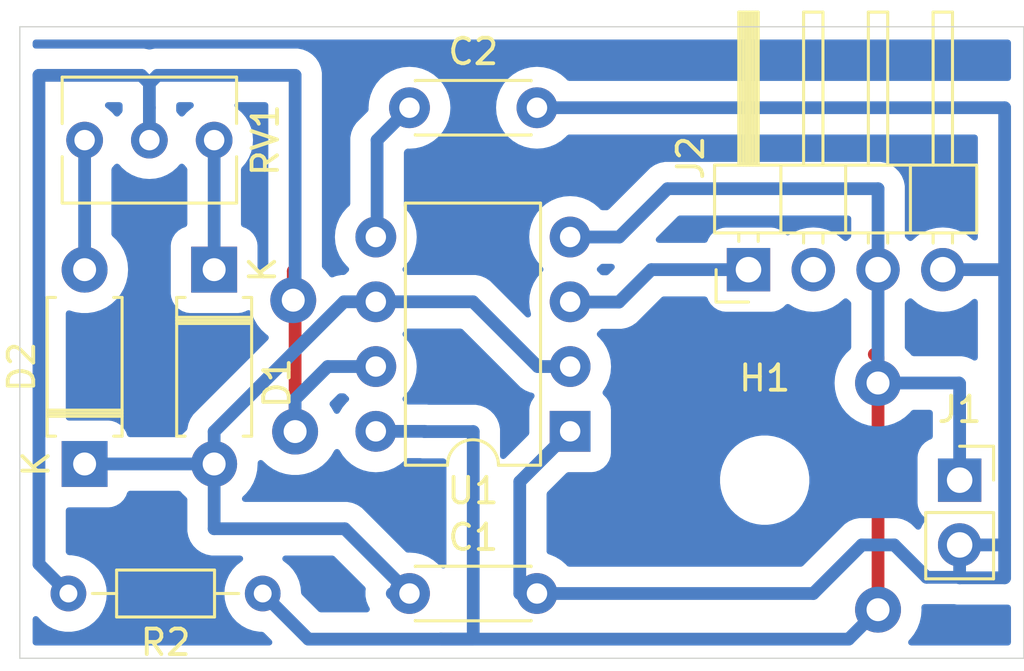
<source format=kicad_pcb>
(kicad_pcb (version 20240108) (generator "pcbnew") (generator_version "8.0")
  (layers (0 "F.Cu" signal) (31 "B.Cu" signal) (34 "B.Paste" user) (35 "F.Paste" user) (36 "B.SilkS" user "B.Silkscreen") (37 "F.SilkS" user "F.Silkscreen") (38 "B.Mask" user) (39 "F.Mask" user) (44 "Edge.Cuts" user))
  (net 0 "")
  (net 1 "Net-(D1-A)")
  (net 2 "/GND")
  (net 3 "Net-(U1-CV)")
  (net 4 "Net-(D1-K)")
  (net 5 "Net-(D2-A)")
  (net 6 "/VCC")
  (net 7 "/PWM")
  (net 8 "Net-(U1-DIS)")
  (footprint "Connector_PinSocket_2.54mm:PinSocket_1x02_P2.54mm_Vertical" (layer "F.Cu") (at 156.87 56.515)
    (property "Reference" "J1" (at 0 -2.77 0) (layer "F.SilkS"))
    (property "Value" "PWR")
    (fp_line (start -1.33 1.27) (end -1.33 3.87) (stroke (width 0.12)) (layer "F.SilkS"))
    (fp_line (start -1.33 1.27) (end 1.33 1.27) (stroke (width 0.12)) (layer "F.SilkS"))
    (fp_line (start -1.33 3.87) (end 1.33 3.87) (stroke (width 0.12)) (layer "F.SilkS"))
    (fp_line (start 0 -1.33) (end 1.33 -1.33) (stroke (width 0.12)) (layer "F.SilkS"))
    (fp_line (start 1.33 -1.33) (end 1.33 0) (stroke (width 0.12)) (layer "F.SilkS"))
    (fp_line (start 1.33 1.27) (end 1.33 3.87) (stroke (width 0.12)) (layer "F.SilkS"))
    (pad "1" thru_hole rect (at 0 0) (size 1.7 1.7) (drill 1) (layers "*.Cu" "*.Mask") (net 6 "/VCC"))
    (pad "2" thru_hole oval (at 0 2.54) (size 1.7 1.7) (drill 1) (layers "*.Cu" "*.Mask") (net 2 "/GND"))
  )
  (footprint "Capacitor_THT:C_Disc_D4.3mm_W1.9mm_P5.00mm" (layer "F.Cu") (at 135.295 60.96)
    (property "Reference" "C1" (at 2.5 -2.2 0) (layer "F.SilkS"))
    (property "Value" "10nF")
    (fp_line (start 0.23 -1.07) (end 0.23 -1.055) (stroke (width 0.12)) (layer "F.SilkS"))
    (fp_line (start 0.23 -1.07) (end 4.77 -1.07) (stroke (width 0.12)) (layer "F.SilkS"))
    (fp_line (start 0.23 1.055) (end 0.23 1.07) (stroke (width 0.12)) (layer "F.SilkS"))
    (fp_line (start 0.23 1.07) (end 4.77 1.07) (stroke (width 0.12)) (layer "F.SilkS"))
    (fp_line (start 4.77 -1.07) (end 4.77 -1.055) (stroke (width 0.12)) (layer "F.SilkS"))
    (fp_line (start 4.77 1.055) (end 4.77 1.07) (stroke (width 0.12)) (layer "F.SilkS"))
    (pad "1" thru_hole circle (at 0 0) (size 1.6 1.6) (drill 0.8) (layers "*.Cu" "*.Mask") (net 1 "Net-(D1-A)"))
    (pad "2" thru_hole circle (at 5 0) (size 1.6 1.6) (drill 0.8) (layers "*.Cu" "*.Mask") (net 2 "/GND"))
  )
  (footprint "Capacitor_THT:C_Disc_D4.3mm_W1.9mm_P5.00mm" (layer "F.Cu") (at 135.295 41.91)
    (property "Reference" "C2" (at 2.5 -2.2 360) (layer "F.SilkS"))
    (property "Value" "47nF")
    (fp_line (start 0.23 -1.07) (end 0.23 -1.055) (stroke (width 0.12)) (layer "F.SilkS"))
    (fp_line (start 0.23 -1.07) (end 4.77 -1.07) (stroke (width 0.12)) (layer "F.SilkS"))
    (fp_line (start 0.23 1.055) (end 0.23 1.07) (stroke (width 0.12)) (layer "F.SilkS"))
    (fp_line (start 0.23 1.07) (end 4.77 1.07) (stroke (width 0.12)) (layer "F.SilkS"))
    (fp_line (start 4.77 -1.07) (end 4.77 -1.055) (stroke (width 0.12)) (layer "F.SilkS"))
    (fp_line (start 4.77 1.055) (end 4.77 1.07) (stroke (width 0.12)) (layer "F.SilkS"))
    (pad "1" thru_hole circle (at 0 0) (size 1.6 1.6) (drill 0.8) (layers "*.Cu" "*.Mask") (net 3 "Net-(U1-CV)"))
    (pad "2" thru_hole circle (at 5 0) (size 1.6 1.6) (drill 0.8) (layers "*.Cu" "*.Mask") (net 2 "/GND"))
  )
  (footprint "Potentiometer_THT:Potentiometer_Vishay_T73XW_Horizontal" (layer "F.Cu") (at 127.635 43.18 -90)
    (property "Reference" "RV1" (at 0 -2.01 90) (layer "F.SilkS"))
    (property "Value" "100k")
    (fp_line (start -2.47 5.96) (end -0.65 5.96) (stroke (width 0.12)) (layer "F.SilkS"))
    (fp_line (start 0.65 5.96) (end 2.47 5.96) (stroke (width 0.12)) (layer "F.SilkS"))
    (fp_line (start -2.47 -0.88) (end -2.47 5.96) (stroke (width 0.12)) (layer "F.SilkS"))
    (fp_line (start -2.47 -0.88) (end -0.65 -0.88) (stroke (width 0.12)) (layer "F.SilkS"))
    (fp_line (start 0.65 -0.88) (end 2.47 -0.88) (stroke (width 0.12)) (layer "F.SilkS"))
    (fp_line (start 2.47 -0.88) (end 2.47 5.96) (stroke (width 0.12)) (layer "F.SilkS"))
    (pad "1" thru_hole circle (at 0 0 270) (size 1.44 1.44) (drill 0.8) (layers "*.Cu" "*.Mask") (net 4 "Net-(D1-K)"))
    (pad "2" thru_hole circle (at 0 2.54 270) (size 1.44 1.44) (drill 0.8) (layers "*.Cu" "*.Mask") (net 8 "Net-(U1-DIS)"))
    (pad "3" thru_hole circle (at 0 5.08 270) (size 1.44 1.44) (drill 0.8) (layers "*.Cu" "*.Mask") (net 5 "Net-(D2-A)"))
  )
  (footprint "MountingHole:MountingHole_3mm" (layer "F.Cu") (at 149.225 56.515)
    (property "Reference" "H1" (at 0 -4 0) (layer "F.SilkS"))
    (property "Value" "MountingHole")
    (pad "" np_thru_hole circle (at 0 0) (size 3 3) (drill 3) (layers "*.Cu" "*.Mask"))
  )
  (footprint "Package_DIP:DIP-8_W7.62mm" (layer "F.Cu") (at 141.595 54.6 180)
    (property "Reference" "U1" (at 3.81 -2.33 360) (layer "F.SilkS"))
    (property "Value" "NE555P")
    (fp_line (start 6.46 8.95) (end 6.46 -1.33) (stroke (width 0.12)) (layer "F.SilkS"))
    (fp_line (start 6.46 -1.33) (end 4.81 -1.33) (stroke (width 0.12)) (layer "F.SilkS"))
    (fp_line (start 2.81 -1.33) (end 1.16 -1.33) (stroke (width 0.12)) (layer "F.SilkS"))
    (fp_line (start 1.16 8.95) (end 6.46 8.95) (stroke (width 0.12)) (layer "F.SilkS"))
    (fp_line (start 1.16 -1.33) (end 1.16 8.95) (stroke (width 0.12)) (layer "F.SilkS"))
    (fp_arc (start 4.81 -1.33) (mid 3.81 -0.33) (end 2.81 -1.33) (stroke (width 0.12)) (layer "F.SilkS"))
    (pad "1" thru_hole rect (at 0 0 180) (size 1.6 1.6) (drill 0.8) (layers "*.Cu" "*.Mask") (net 2 "/GND"))
    (pad "2" thru_hole oval (at 0 2.54 180) (size 1.6 1.6) (drill 0.8) (layers "*.Cu" "*.Mask") (net 1 "Net-(D1-A)"))
    (pad "3" thru_hole oval (at 0 5.08 180) (size 1.6 1.6) (drill 0.8) (layers "*.Cu" "*.Mask") (net 7 "/PWM"))
    (pad "4" thru_hole oval (at 0 7.62 180) (size 1.6 1.6) (drill 0.8) (layers "*.Cu" "*.Mask") (net 6 "/VCC"))
    (pad "5" thru_hole oval (at 7.62 7.62 180) (size 1.6 1.6) (drill 0.8) (layers "*.Cu" "*.Mask") (net 3 "Net-(U1-CV)"))
    (pad "6" thru_hole oval (at 7.62 5.08 180) (size 1.6 1.6) (drill 0.8) (layers "*.Cu" "*.Mask") (net 1 "Net-(D1-A)"))
    (pad "7" thru_hole oval (at 7.62 2.54 180) (size 1.6 1.6) (drill 0.8) (layers "*.Cu" "*.Mask") (net 8 "Net-(U1-DIS)"))
    (pad "8" thru_hole oval (at 7.62 0 180) (size 1.6 1.6) (drill 0.8) (layers "*.Cu" "*.Mask") (net 6 "/VCC"))
  )
  (footprint "Resistor_THT:R_Axial_DIN0204_L3.6mm_D1.6mm_P7.62mm_Horizontal" (layer "F.Cu") (at 129.54 60.96 180)
    (property "Reference" "R2" (at 3.81 -1.92 360) (layer "F.SilkS"))
    (property "Value" "1k")
    (fp_line (start 6.68 0) (end 5.73 0) (stroke (width 0.12)) (layer "F.SilkS"))
    (fp_line (start 5.73 0.92) (end 5.73 -0.92) (stroke (width 0.12)) (layer "F.SilkS"))
    (fp_line (start 5.73 -0.92) (end 1.89 -0.92) (stroke (width 0.12)) (layer "F.SilkS"))
    (fp_line (start 1.89 0.92) (end 5.73 0.92) (stroke (width 0.12)) (layer "F.SilkS"))
    (fp_line (start 1.89 -0.92) (end 1.89 0.92) (stroke (width 0.12)) (layer "F.SilkS"))
    (fp_line (start 0.94 0) (end 1.89 0) (stroke (width 0.12)) (layer "F.SilkS"))
    (pad "1" thru_hole circle (at 0 0 180) (size 1.4 1.4) (drill 0.7) (layers "*.Cu" "*.Mask") (net 6 "/VCC"))
    (pad "2" thru_hole oval (at 7.62 0 180) (size 1.4 1.4) (drill 0.7) (layers "*.Cu" "*.Mask") (net 8 "Net-(U1-DIS)"))
  )
  (footprint "Connector_PinHeader_2.54mm:PinHeader_1x04_P2.54mm_Horizontal" (layer "F.Cu") (at 148.59 48.26 90)
    (property "Reference" "J2" (at 4.385 -2.27 90) (layer "F.SilkS"))
    (property "Value" "Fan")
    (fp_line (start 4.1 -1.33) (end 1.44 -1.33) (stroke (width 0.12)) (layer "F.SilkS"))
    (fp_line (start 1.44 -1.33) (end 1.44 8.95) (stroke (width 0.12)) (layer "F.SilkS"))
    (fp_line (start -1.27 -1.27) (end 0 -1.27) (stroke (width 0.12)) (layer "F.SilkS"))
    (fp_line (start 10.1 -0.38) (end 10.1 0.38) (stroke (width 0.12)) (layer "F.SilkS"))
    (fp_line (start 4.1 -0.38) (end 10.1 -0.38) (stroke (width 0.12)) (layer "F.SilkS"))
    (fp_line (start 1.11 -0.38) (end 1.44 -0.38) (stroke (width 0.12)) (layer "F.SilkS"))
    (fp_line (start 4.1 -0.32) (end 10.1 -0.32) (stroke (width 0.12)) (layer "F.SilkS"))
    (fp_line (start 4.1 -0.2) (end 10.1 -0.2) (stroke (width 0.12)) (layer "F.SilkS"))
    (fp_line (start 4.1 -0.08) (end 10.1 -0.08) (stroke (width 0.12)) (layer "F.SilkS"))
    (fp_line (start -1.27 0) (end -1.27 -1.27) (stroke (width 0.12)) (layer "F.SilkS"))
    (fp_line (start 4.1 0.04) (end 10.1 0.04) (stroke (width 0.12)) (layer "F.SilkS"))
    (fp_line (start 4.1 0.16) (end 10.1 0.16) (stroke (width 0.12)) (layer "F.SilkS"))
    (fp_line (start 4.1 0.28) (end 10.1 0.28) (stroke (width 0.12)) (layer "F.SilkS"))
    (fp_line (start 10.1 0.38) (end 4.1 0.38) (stroke (width 0.12)) (layer "F.SilkS"))
    (fp_line (start 1.11 0.38) (end 1.44 0.38) (stroke (width 0.12)) (layer "F.SilkS"))
    (fp_line (start 1.44 1.27) (end 4.1 1.27) (stroke (width 0.12)) (layer "F.SilkS"))
    (fp_line (start 10.1 2.16) (end 10.1 2.92) (stroke (width 0.12)) (layer "F.SilkS"))
    (fp_line (start 4.1 2.16) (end 10.1 2.16) (stroke (width 0.12)) (layer "F.SilkS"))
    (fp_line (start 1.042929 2.16) (end 1.44 2.16) (stroke (width 0.12)) (layer "F.SilkS"))
    (fp_line (start 10.1 2.92) (end 4.1 2.92) (stroke (width 0.12)) (layer "F.SilkS"))
    (fp_line (start 1.042929 2.92) (end 1.44 2.92) (stroke (width 0.12)) (layer "F.SilkS"))
    (fp_line (start 1.44 3.81) (end 4.1 3.81) (stroke (width 0.12)) (layer "F.SilkS"))
    (fp_line (start 10.1 4.7) (end 10.1 5.46) (stroke (width 0.12)) (layer "F.SilkS"))
    (fp_line (start 4.1 4.7) (end 10.1 4.7) (stroke (width 0.12)) (layer "F.SilkS"))
    (fp_line (start 1.042929 4.7) (end 1.44 4.7) (stroke (width 0.12)) (layer "F.SilkS"))
    (fp_line (start 10.1 5.46) (end 4.1 5.46) (stroke (width 0.12)) (layer "F.SilkS"))
    (fp_line (start 1.042929 5.46) (end 1.44 5.46) (stroke (width 0.12)) (layer "F.SilkS"))
    (fp_line (start 1.44 6.35) (end 4.1 6.35) (stroke (width 0.12)) (layer "F.SilkS"))
    (fp_line (start 10.1 7.24) (end 10.1 8) (stroke (width 0.12)) (layer "F.SilkS"))
    (fp_line (start 4.1 7.24) (end 10.1 7.24) (stroke (width 0.12)) (layer "F.SilkS"))
    (fp_line (start 1.042929 7.24) (end 1.44 7.24) (stroke (width 0.12)) (layer "F.SilkS"))
    (fp_line (start 10.1 8) (end 4.1 8) (stroke (width 0.12)) (layer "F.SilkS"))
    (fp_line (start 1.042929 8) (end 1.44 8) (stroke (width 0.12)) (layer "F.SilkS"))
    (fp_line (start 4.1 8.95) (end 4.1 -1.33) (stroke (width 0.12)) (layer "F.SilkS"))
    (fp_line (start 1.44 8.95) (end 4.1 8.95) (stroke (width 0.12)) (layer "F.SilkS"))
    (pad "1" thru_hole rect (at 0 0 90) (size 1.7 1.7) (drill 1) (layers "*.Cu" "*.Mask") (net 7 "/PWM"))
    (pad "2" thru_hole oval (at 0 2.54 90) (size 1.7 1.7) (drill 1) (layers "*.Cu" "*.Mask"))
    (pad "3" thru_hole oval (at 0 5.08 90) (size 1.7 1.7) (drill 1) (layers "*.Cu" "*.Mask") (net 6 "/VCC"))
    (pad "4" thru_hole oval (at 0 7.62 90) (size 1.7 1.7) (drill 1) (layers "*.Cu" "*.Mask") (net 2 "/GND"))
  )
  (footprint "Diode_THT:D_A-405_P7.62mm_Horizontal" (layer "F.Cu") (at 127.635 48.26 -90)
    (property "Reference" "D1" (at 4.445 -2.47 90) (layer "F.SilkS"))
    (property "Value" "1n4148")
    (fp_line (start 1.09 1.47) (end 6.53 1.47) (stroke (width 0.12)) (layer "F.SilkS"))
    (fp_line (start 6.53 1.47) (end 6.53 1.14) (stroke (width 0.12)) (layer "F.SilkS"))
    (fp_line (start 1.09 1.14) (end 1.09 1.47) (stroke (width 0.12)) (layer "F.SilkS"))
    (fp_line (start 1.09 -1.14) (end 1.09 -1.47) (stroke (width 0.12)) (layer "F.SilkS"))
    (fp_line (start 1.09 -1.47) (end 6.53 -1.47) (stroke (width 0.12)) (layer "F.SilkS"))
    (fp_line (start 1.87 -1.47) (end 1.87 1.47) (stroke (width 0.12)) (layer "F.SilkS"))
    (fp_line (start 1.99 -1.47) (end 1.99 1.47) (stroke (width 0.12)) (layer "F.SilkS"))
    (fp_line (start 2.11 -1.47) (end 2.11 1.47) (stroke (width 0.12)) (layer "F.SilkS"))
    (fp_line (start 6.53 -1.47) (end 6.53 -1.14) (stroke (width 0.12)) (layer "F.SilkS"))
    (fp_text user "K" (at 0 -1.9 90) (layer "F.SilkS"))
    (pad "1" thru_hole rect (at 0 0 270) (size 1.8 1.8) (drill 0.9) (layers "*.Cu" "*.Mask") (net 4 "Net-(D1-K)"))
    (pad "2" thru_hole oval (at 7.62 0 270) (size 1.8 1.8) (drill 0.9) (layers "*.Cu" "*.Mask") (net 1 "Net-(D1-A)"))
  )
  (footprint "Diode_THT:D_A-405_P7.62mm_Horizontal" (layer "F.Cu") (at 122.555 55.88 90)
    (property "Reference" "D2" (at 3.81 -2.47 90) (layer "F.SilkS"))
    (property "Value" "1n4148")
    (fp_line (start 6.53 -1.47) (end 6.53 -1.14) (stroke (width 0.12)) (layer "F.SilkS"))
    (fp_line (start 2.11 -1.47) (end 2.11 1.47) (stroke (width 0.12)) (layer "F.SilkS"))
    (fp_line (start 1.99 -1.47) (end 1.99 1.47) (stroke (width 0.12)) (layer "F.SilkS"))
    (fp_line (start 1.87 -1.47) (end 1.87 1.47) (stroke (width 0.12)) (layer "F.SilkS"))
    (fp_line (start 1.09 -1.47) (end 6.53 -1.47) (stroke (width 0.12)) (layer "F.SilkS"))
    (fp_line (start 1.09 -1.14) (end 1.09 -1.47) (stroke (width 0.12)) (layer "F.SilkS"))
    (fp_line (start 1.09 1.14) (end 1.09 1.47) (stroke (width 0.12)) (layer "F.SilkS"))
    (fp_line (start 6.53 1.47) (end 6.53 1.14) (stroke (width 0.12)) (layer "F.SilkS"))
    (fp_line (start 1.09 1.47) (end 6.53 1.47) (stroke (width 0.12)) (layer "F.SilkS"))
    (fp_text user "K" (at 0 -1.9 90) (layer "F.SilkS"))
    (pad "1" thru_hole rect (at 0 0 90) (size 1.8 1.8) (drill 0.9) (layers "*.Cu" "*.Mask") (net 1 "Net-(D1-A)"))
    (pad "2" thru_hole oval (at 7.62 0 90) (size 1.8 1.8) (drill 0.9) (layers "*.Cu" "*.Mask") (net 5 "Net-(D2-A)"))
  )
  (gr_line (start 159.385 38.735) (end 159.385 63.5) (stroke (width 0.05)) (layer "Edge.Cuts"))
  (gr_line (start 120.015 63.5) (end 120.015 38.735) (stroke (width 0.05)) (layer "Edge.Cuts"))
  (gr_line (start 120.015 38.735) (end 159.385 38.735) (stroke (width 0.05)) (layer "Edge.Cuts"))
  (gr_line (start 159.385 63.5) (end 120.015 63.5) (stroke (width 0.05)) (layer "Edge.Cuts"))
  (segment (start 135.295 60.96) (end 134.62 60.96) (width 0.5) (layer "B.Cu") (net 1))
  (segment (start 122.555 55.88) (end 127.635 55.88) (width 0.5) (layer "B.Cu") (net 1))
  (segment (start 137.785 49.52) (end 133.975 49.52) (width 0.5) (layer "B.Cu") (net 1))
  (segment (start 127.635 55.88) (end 127.635 58.42) (width 0.5) (layer "B.Cu") (net 1))
  (segment (start 132.755 58.42) (end 135.295 60.96) (width 0.5) (layer "B.Cu") (net 1))
  (segment (start 127.635 54.61) (end 127.635 55.88) (width 0.5) (layer "B.Cu") (net 1))
  (segment (start 141.595 52.06) (end 140.325 52.06) (width 0.5) (layer "B.Cu") (net 1))
  (segment (start 140.325 52.06) (end 137.785 49.52) (width 0.5) (layer "B.Cu") (net 1))
  (segment (start 133.975 49.52) (end 132.725 49.52) (width 0.5) (layer "B.Cu") (net 1))
  (segment (start 127.635 58.42) (end 132.755 58.42) (width 0.5) (layer "B.Cu") (net 1))
  (segment (start 132.725 49.52) (end 127.635 54.61) (width 0.5) (layer "B.Cu") (net 1))
  (segment (start 155.575 60.325) (end 156.85 60.325) (width 0.5) (layer "B.Cu") (net 2))
  (segment (start 140.295 41.91) (end 158.635 41.91) (width 0.5) (layer "B.Cu") (net 2))
  (segment (start 156.87 60.345) (end 158.635 60.345) (width 0.5) (layer "B.Cu") (net 2))
  (segment (start 154.305 59.055) (end 155.575 60.325) (width 0.5) (layer "B.Cu") (net 2))
  (segment (start 158.635 48.26) (end 156.21 48.26) (width 0.5) (layer "B.Cu") (net 2))
  (segment (start 158.635 59.055) (end 158.635 48.26) (width 0.5) (layer "B.Cu") (net 2))
  (segment (start 156.85 60.325) (end 156.87 60.345) (width 0.5) (layer "B.Cu") (net 2))
  (segment (start 158.635 60.345) (end 158.635 59.055) (width 0.5) (layer "B.Cu") (net 2))
  (segment (start 151.13 60.96) (end 153.035 59.055) (width 0.5) (layer "B.Cu") (net 2))
  (segment (start 153.035 59.055) (end 154.305 59.055) (width 0.5) (layer "B.Cu") (net 2))
  (segment (start 158.635 59.055) (end 156.87 59.055) (width 0.5) (layer "B.Cu") (net 2))
  (segment (start 139.62 60.96) (end 151.13 60.96) (width 0.5) (layer "B.Cu") (net 2))
  (segment (start 158.635 41.91) (end 158.635 48.26) (width 0.5) (layer "B.Cu") (net 2))
  (segment (start 156.87 60.305) (end 156.87 59.055) (width 0.5) (layer "B.Cu") (net 2))
  (segment (start 156.85 60.325) (end 156.87 60.305) (width 0.5) (layer "B.Cu") (net 2))
  (segment (start 141.595 54.6) (end 139.62 56.575) (width 0.5) (layer "B.Cu") (net 2))
  (segment (start 139.62 56.575) (end 139.62 60.96) (width 0.5) (layer "B.Cu") (net 2))
  (segment (start 134.025 46.93) (end 133.975 46.98) (width 0.5) (layer "B.Cu") (net 3))
  (segment (start 135.295 41.91) (end 134.025 43.18) (width 0.5) (layer "B.Cu") (net 3))
  (segment (start 134.025 43.18) (end 134.025 46.93) (width 0.5) (layer "B.Cu") (net 3))
  (segment (start 127.635 43.18) (end 127.635 48.26) (width 0.5) (layer "B.Cu") (net 4))
  (segment (start 122.555 48.26) (end 122.555 43.18) (width 0.5) (layer "B.Cu") (net 5))
  (segment (start 153.67 51.728652) (end 153.67 52.705) (width 0.5) (layer "F.Cu") (net 6))
  (segment (start 153.523174 51.581826) (end 153.67 51.728652) (width 0.5) (layer "F.Cu") (net 6))
  (segment (start 153.67 61.595) (end 153.523174 61.448174) (width 0.5) (layer "F.Cu") (net 6))
  (segment (start 153.67 61.595) (end 153.67 52.705) (width 0.5) (layer "F.Cu") (net 6))
  (via (at 153.67 61.595) (size 1.8) (drill 0.9) (layers "F.Cu" "B.Cu") (net 6))
  (via (at 153.67 52.705) (size 1.8) (drill 0.9) (layers "F.Cu" "B.Cu") (net 6))
  (segment (start 137.795 62.75) (end 137.795 54.61) (width 0.5) (layer "B.Cu") (net 6))
  (segment (start 135.89 54.61) (end 135.88 54.6) (width 0.5) (layer "B.Cu") (net 6))
  (segment (start 153.67 45.085) (end 153.67 48.26) (width 0.5) (layer "B.Cu") (net 6))
  (segment (start 153.67 61.595) (end 152.515 62.75) (width 0.5) (layer "B.Cu") (net 6))
  (segment (start 141.595 46.98) (end 143.52 46.98) (width 0.5) (layer "B.Cu") (net 6))
  (segment (start 129.54 60.96) (end 131.33 62.75) (width 0.5) (layer "B.Cu") (net 6))
  (segment (start 156.845 52.705) (end 156.87 52.73) (width 0.5) (layer "B.Cu") (net 6))
  (segment (start 156.87 52.73) (end 156.87 56.515) (width 0.5) (layer "B.Cu") (net 6))
  (segment (start 153.67 52.705) (end 156.845 52.705) (width 0.5) (layer "B.Cu") (net 6))
  (segment (start 136.525 62.75) (end 137.795 62.75) (width 0.5) (layer "B.Cu") (net 6))
  (segment (start 153.67 52.705) (end 153.67 48.26) (width 0.5) (layer "B.Cu") (net 6))
  (segment (start 137.795 54.61) (end 135.89 54.61) (width 0.5) (layer "B.Cu") (net 6))
  (segment (start 145.415 45.085) (end 153.67 45.085) (width 0.5) (layer "B.Cu") (net 6))
  (segment (start 131.33 62.75) (end 136.525 62.75) (width 0.5) (layer "B.Cu") (net 6))
  (segment (start 143.52 46.98) (end 145.415 45.085) (width 0.5) (layer "B.Cu") (net 6))
  (segment (start 152.515 62.75) (end 136.525 62.75) (width 0.5) (layer "B.Cu") (net 6))
  (segment (start 135.88 54.6) (end 133.975 54.6) (width 0.5) (layer "B.Cu") (net 6))
  (segment (start 143.51 49.53) (end 141.605 49.53) (width 0.5) (layer "B.Cu") (net 7))
  (segment (start 148.59 48.26) (end 144.78 48.26) (width 0.5) (layer "B.Cu") (net 7))
  (segment (start 144.78 48.26) (end 143.51 49.53) (width 0.5) (layer "B.Cu") (net 7))
  (segment (start 141.605 49.53) (end 141.595 49.52) (width 0.5) (layer "B.Cu") (net 7))
  (segment (start 130.737195 48.317813) (end 130.737195 49.457195) (width 0.5) (layer "F.Cu") (net 8))
  (segment (start 130.81 54.61) (end 130.81 48.880008) (width 0.5) (layer "F.Cu") (net 8))
  (segment (start 130.81 48.245008) (end 130.737195 48.317813) (width 0.5) (layer "F.Cu") (net 8))
  (via (at 130.81 54.61) (size 1.8) (drill 0.9) (layers "F.Cu" "B.Cu") (net 8))
  (via (at 130.737195 49.457195) (size 1.8) (drill 0.9) (layers "F.Cu" "B.Cu") (net 8))
  (segment (start 121.92 60.96) (end 120.765 59.805) (width 0.5) (layer "B.Cu") (net 8))
  (segment (start 125.4125 40.64) (end 125.095 40.9575) (width 0.5) (layer "B.Cu") (net 8))
  (segment (start 130.81 54.61) (end 130.81 53.34) (width 0.5) (layer "B.Cu") (net 8))
  (segment (start 130.81 49.38439) (end 130.81 40.64) (width 0.5) (layer "B.Cu") (net 8))
  (segment (start 124.7775 40.64) (end 125.095 40.9575) (width 0.5) (layer "B.Cu") (net 8))
  (segment (start 125.095 41.91) (end 125.095 43.18) (width 0.5) (layer "B.Cu") (net 8))
  (segment (start 132.09 52.06) (end 133.975 52.06) (width 0.5) (layer "B.Cu") (net 8))
  (segment (start 130.737195 49.457195) (end 130.81 49.38439) (width 0.5) (layer "B.Cu") (net 8))
  (segment (start 120.765 59.805) (end 120.765 40.64) (width 0.5) (layer "B.Cu") (net 8))
  (segment (start 125.095 40.9575) (end 125.095 41.91) (width 0.5) (layer "B.Cu") (net 8))
  (segment (start 130.81 40.64) (end 125.4125 40.64) (width 0.5) (layer "B.Cu") (net 8))
  (segment (start 130.81 53.34) (end 132.09 52.06) (width 0.5) (layer "B.Cu") (net 8))
  (segment (start 120.765 40.64) (end 124.7775 40.64) (width 0.5) (layer "B.Cu") (net 8))
  (zone (net 0) (net_name "") (layer "B.Cu") (connect_pads (clearance 0.8)) (min_thickness 0.25) (fill yes (thermal_gap 0.5) (thermal_bridge_width 0.5) (island_removal_mode 1) (island_area_min 10))
    (polygon (pts (xy 159.385 38.735) (xy 120.015 38.735) (xy 120.015 63.5) (xy 159.385 63.5)))
  )
)
</source>
